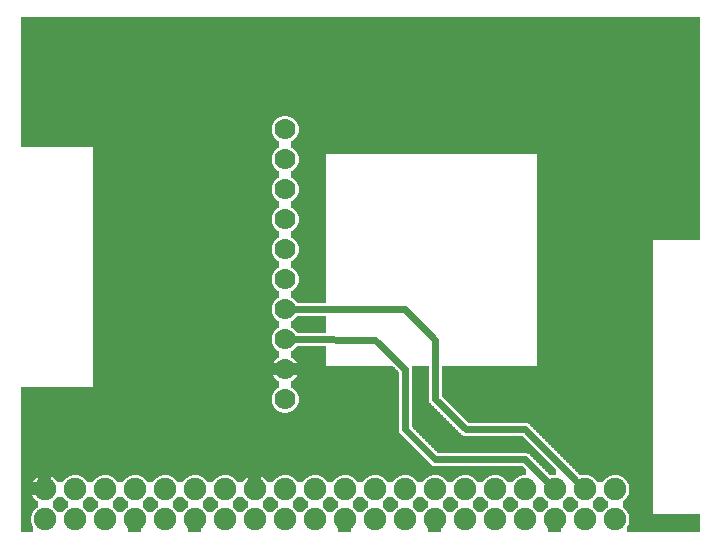
<source format=gbl>
G04 MADE WITH FRITZING*
G04 WWW.FRITZING.ORG*
G04 DOUBLE SIDED*
G04 HOLES PLATED*
G04 CONTOUR ON CENTER OF CONTOUR VECTOR*
%ASAXBY*%
%FSLAX23Y23*%
%MOIN*%
%OFA0B0*%
%SFA1.0B1.0*%
%ADD10C,0.075000*%
%ADD11C,0.070000*%
%ADD12C,0.075361*%
%ADD13C,0.024000*%
%LNCOPPER0*%
G90*
G70*
G54D10*
X123Y1677D03*
X1421Y386D03*
G54D11*
X921Y1384D03*
X921Y1284D03*
X921Y1184D03*
X921Y1084D03*
X921Y984D03*
X921Y884D03*
X921Y784D03*
X921Y684D03*
X921Y584D03*
X921Y484D03*
G54D12*
X2021Y184D03*
X1921Y184D03*
X1821Y184D03*
X1721Y184D03*
X1621Y184D03*
X1521Y184D03*
X1421Y184D03*
X1321Y184D03*
X1221Y184D03*
X1121Y184D03*
X1021Y184D03*
X921Y184D03*
X821Y184D03*
X721Y184D03*
X621Y184D03*
X521Y184D03*
X421Y184D03*
X321Y184D03*
X221Y184D03*
X121Y184D03*
X121Y84D03*
X221Y84D03*
X321Y84D03*
X421Y84D03*
X521Y84D03*
X621Y84D03*
X721Y84D03*
X821Y84D03*
X921Y84D03*
X1021Y84D03*
X1121Y84D03*
X1221Y84D03*
X1321Y84D03*
X1421Y84D03*
X1521Y84D03*
X1621Y84D03*
X1721Y84D03*
X1821Y84D03*
X1921Y84D03*
X2021Y84D03*
G54D13*
X1321Y784D02*
X952Y784D01*
D02*
X1422Y485D02*
X1422Y683D01*
D02*
X1721Y384D02*
X1523Y384D01*
D02*
X1899Y207D02*
X1721Y384D01*
D02*
X1523Y384D02*
X1422Y485D01*
D02*
X1422Y683D02*
X1321Y784D01*
D02*
X1221Y683D02*
X952Y684D01*
D02*
X1422Y284D02*
X1321Y384D01*
D02*
X1799Y206D02*
X1721Y284D01*
D02*
X1721Y284D02*
X1422Y284D01*
D02*
X1321Y384D02*
X1321Y586D01*
D02*
X1321Y586D02*
X1221Y683D01*
G36*
X40Y1759D02*
X40Y1429D01*
X930Y1429D01*
X930Y1427D01*
X938Y1427D01*
X938Y1425D01*
X942Y1425D01*
X942Y1423D01*
X946Y1423D01*
X946Y1421D01*
X948Y1421D01*
X948Y1419D01*
X950Y1419D01*
X950Y1417D01*
X952Y1417D01*
X952Y1415D01*
X954Y1415D01*
X954Y1413D01*
X956Y1413D01*
X956Y1411D01*
X958Y1411D01*
X958Y1409D01*
X960Y1409D01*
X960Y1405D01*
X962Y1405D01*
X962Y1401D01*
X964Y1401D01*
X964Y1395D01*
X966Y1395D01*
X966Y1373D01*
X964Y1373D01*
X964Y1367D01*
X962Y1367D01*
X962Y1363D01*
X960Y1363D01*
X960Y1359D01*
X958Y1359D01*
X958Y1357D01*
X956Y1357D01*
X956Y1355D01*
X954Y1355D01*
X954Y1353D01*
X952Y1353D01*
X952Y1351D01*
X950Y1351D01*
X950Y1349D01*
X948Y1349D01*
X948Y1347D01*
X944Y1347D01*
X944Y1345D01*
X942Y1345D01*
X942Y1323D01*
X946Y1323D01*
X946Y1321D01*
X948Y1321D01*
X948Y1319D01*
X950Y1319D01*
X950Y1317D01*
X952Y1317D01*
X952Y1315D01*
X954Y1315D01*
X954Y1313D01*
X956Y1313D01*
X956Y1311D01*
X958Y1311D01*
X958Y1309D01*
X960Y1309D01*
X960Y1305D01*
X962Y1305D01*
X962Y1303D01*
X1760Y1303D01*
X1760Y595D01*
X1444Y595D01*
X1444Y493D01*
X1446Y493D01*
X1446Y491D01*
X1448Y491D01*
X1448Y489D01*
X1450Y489D01*
X1450Y487D01*
X1452Y487D01*
X1452Y485D01*
X1454Y485D01*
X1454Y483D01*
X1456Y483D01*
X1456Y481D01*
X1458Y481D01*
X1458Y479D01*
X1460Y479D01*
X1460Y477D01*
X1462Y477D01*
X1462Y475D01*
X1464Y475D01*
X1464Y473D01*
X1466Y473D01*
X1466Y471D01*
X1468Y471D01*
X1468Y469D01*
X1470Y469D01*
X1470Y467D01*
X1472Y467D01*
X1472Y465D01*
X1474Y465D01*
X1474Y463D01*
X1476Y463D01*
X1476Y461D01*
X1478Y461D01*
X1478Y459D01*
X1480Y459D01*
X1480Y457D01*
X1482Y457D01*
X1482Y455D01*
X1484Y455D01*
X1484Y453D01*
X1486Y453D01*
X1486Y451D01*
X1488Y451D01*
X1488Y449D01*
X1490Y449D01*
X1490Y447D01*
X1492Y447D01*
X1492Y445D01*
X1494Y445D01*
X1494Y443D01*
X1496Y443D01*
X1496Y441D01*
X1498Y441D01*
X1498Y439D01*
X1500Y439D01*
X1500Y437D01*
X1502Y437D01*
X1502Y435D01*
X1504Y435D01*
X1504Y433D01*
X1506Y433D01*
X1506Y431D01*
X1508Y431D01*
X1508Y429D01*
X1510Y429D01*
X1510Y427D01*
X1512Y427D01*
X1512Y425D01*
X1514Y425D01*
X1514Y423D01*
X1516Y423D01*
X1516Y421D01*
X1518Y421D01*
X1518Y419D01*
X1520Y419D01*
X1520Y417D01*
X1522Y417D01*
X1522Y415D01*
X1524Y415D01*
X1524Y413D01*
X1526Y413D01*
X1526Y411D01*
X1528Y411D01*
X1528Y409D01*
X1530Y409D01*
X1530Y407D01*
X1722Y407D01*
X1722Y405D01*
X1730Y405D01*
X1730Y403D01*
X1734Y403D01*
X1734Y401D01*
X1736Y401D01*
X1736Y399D01*
X1738Y399D01*
X1738Y397D01*
X1740Y397D01*
X1740Y395D01*
X1742Y395D01*
X1742Y393D01*
X1744Y393D01*
X1744Y391D01*
X1746Y391D01*
X1746Y389D01*
X1748Y389D01*
X1748Y387D01*
X1750Y387D01*
X1750Y385D01*
X1752Y385D01*
X1752Y383D01*
X1754Y383D01*
X1754Y381D01*
X1756Y381D01*
X1756Y379D01*
X1758Y379D01*
X1758Y377D01*
X1760Y377D01*
X1760Y375D01*
X1762Y375D01*
X1762Y373D01*
X1764Y373D01*
X1764Y371D01*
X1766Y371D01*
X1766Y369D01*
X1768Y369D01*
X1768Y367D01*
X1770Y367D01*
X1770Y365D01*
X1772Y365D01*
X1772Y363D01*
X1774Y363D01*
X1774Y361D01*
X1776Y361D01*
X1776Y359D01*
X1778Y359D01*
X1778Y357D01*
X1780Y357D01*
X1780Y355D01*
X1782Y355D01*
X1782Y353D01*
X1784Y353D01*
X1784Y351D01*
X1786Y351D01*
X1786Y349D01*
X1788Y349D01*
X1788Y347D01*
X1790Y347D01*
X1790Y345D01*
X1792Y345D01*
X1792Y343D01*
X1794Y343D01*
X1794Y341D01*
X1796Y341D01*
X1796Y339D01*
X1798Y339D01*
X1798Y337D01*
X1800Y337D01*
X1800Y335D01*
X1802Y335D01*
X1802Y333D01*
X1804Y333D01*
X1804Y331D01*
X1806Y331D01*
X1806Y329D01*
X1808Y329D01*
X1808Y327D01*
X1810Y327D01*
X1810Y325D01*
X1812Y325D01*
X1812Y323D01*
X1814Y323D01*
X1814Y321D01*
X1816Y321D01*
X1816Y319D01*
X1818Y319D01*
X1818Y317D01*
X1820Y317D01*
X1820Y315D01*
X1822Y315D01*
X1822Y313D01*
X1824Y313D01*
X1824Y311D01*
X1826Y311D01*
X1826Y309D01*
X1828Y309D01*
X1828Y307D01*
X1830Y307D01*
X1830Y305D01*
X1832Y305D01*
X1832Y303D01*
X1834Y303D01*
X1834Y301D01*
X1836Y301D01*
X1836Y299D01*
X1838Y299D01*
X1838Y297D01*
X1840Y297D01*
X1840Y295D01*
X1842Y295D01*
X1842Y293D01*
X1844Y293D01*
X1844Y291D01*
X1846Y291D01*
X1846Y289D01*
X1848Y289D01*
X1848Y287D01*
X1850Y287D01*
X1850Y285D01*
X1852Y285D01*
X1852Y283D01*
X1854Y283D01*
X1854Y281D01*
X1856Y281D01*
X1856Y279D01*
X1858Y279D01*
X1858Y277D01*
X1860Y277D01*
X1860Y275D01*
X1862Y275D01*
X1862Y273D01*
X1864Y273D01*
X1864Y271D01*
X1866Y271D01*
X1866Y269D01*
X1868Y269D01*
X1868Y267D01*
X1870Y267D01*
X1870Y265D01*
X1872Y265D01*
X1872Y263D01*
X1874Y263D01*
X1874Y261D01*
X1876Y261D01*
X1876Y259D01*
X1878Y259D01*
X1878Y257D01*
X1880Y257D01*
X1880Y255D01*
X1882Y255D01*
X1882Y253D01*
X1884Y253D01*
X1884Y251D01*
X1886Y251D01*
X1886Y249D01*
X1888Y249D01*
X1888Y247D01*
X1890Y247D01*
X1890Y245D01*
X1892Y245D01*
X1892Y243D01*
X1894Y243D01*
X1894Y241D01*
X1896Y241D01*
X1896Y239D01*
X1898Y239D01*
X1898Y237D01*
X1900Y237D01*
X1900Y235D01*
X1902Y235D01*
X1902Y233D01*
X1904Y233D01*
X1904Y231D01*
X2034Y231D01*
X2034Y229D01*
X2040Y229D01*
X2040Y227D01*
X2044Y227D01*
X2044Y225D01*
X2048Y225D01*
X2048Y223D01*
X2050Y223D01*
X2050Y221D01*
X2052Y221D01*
X2052Y219D01*
X2054Y219D01*
X2054Y217D01*
X2056Y217D01*
X2056Y215D01*
X2058Y215D01*
X2058Y213D01*
X2060Y213D01*
X2060Y211D01*
X2062Y211D01*
X2062Y207D01*
X2064Y207D01*
X2064Y203D01*
X2066Y203D01*
X2066Y197D01*
X2068Y197D01*
X2068Y171D01*
X2066Y171D01*
X2066Y165D01*
X2064Y165D01*
X2064Y161D01*
X2062Y161D01*
X2062Y157D01*
X2060Y157D01*
X2060Y155D01*
X2058Y155D01*
X2058Y153D01*
X2056Y153D01*
X2056Y151D01*
X2054Y151D01*
X2054Y149D01*
X2052Y149D01*
X2052Y147D01*
X2050Y147D01*
X2050Y145D01*
X2046Y145D01*
X2046Y125D01*
X2048Y125D01*
X2048Y123D01*
X2050Y123D01*
X2050Y121D01*
X2052Y121D01*
X2052Y119D01*
X2054Y119D01*
X2054Y117D01*
X2056Y117D01*
X2056Y115D01*
X2058Y115D01*
X2058Y113D01*
X2060Y113D01*
X2060Y111D01*
X2062Y111D01*
X2062Y107D01*
X2064Y107D01*
X2064Y103D01*
X2066Y103D01*
X2066Y97D01*
X2068Y97D01*
X2068Y71D01*
X2066Y71D01*
X2066Y65D01*
X2064Y65D01*
X2064Y61D01*
X2062Y61D01*
X2062Y41D01*
X2304Y41D01*
X2304Y101D01*
X2146Y101D01*
X2146Y1015D01*
X2304Y1015D01*
X2304Y1759D01*
X40Y1759D01*
G37*
D02*
G36*
X40Y1429D02*
X40Y1325D01*
X282Y1325D01*
X282Y525D01*
X40Y525D01*
X40Y439D01*
X912Y439D01*
X912Y441D01*
X906Y441D01*
X906Y443D01*
X902Y443D01*
X902Y445D01*
X898Y445D01*
X898Y447D01*
X894Y447D01*
X894Y449D01*
X892Y449D01*
X892Y451D01*
X890Y451D01*
X890Y453D01*
X888Y453D01*
X888Y455D01*
X886Y455D01*
X886Y457D01*
X884Y457D01*
X884Y461D01*
X882Y461D01*
X882Y465D01*
X880Y465D01*
X880Y469D01*
X878Y469D01*
X878Y477D01*
X876Y477D01*
X876Y491D01*
X878Y491D01*
X878Y499D01*
X880Y499D01*
X880Y503D01*
X882Y503D01*
X882Y507D01*
X884Y507D01*
X884Y511D01*
X886Y511D01*
X886Y513D01*
X888Y513D01*
X888Y515D01*
X890Y515D01*
X890Y517D01*
X892Y517D01*
X892Y519D01*
X894Y519D01*
X894Y521D01*
X898Y521D01*
X898Y523D01*
X902Y523D01*
X902Y545D01*
X898Y545D01*
X898Y547D01*
X894Y547D01*
X894Y549D01*
X892Y549D01*
X892Y551D01*
X890Y551D01*
X890Y553D01*
X888Y553D01*
X888Y555D01*
X886Y555D01*
X886Y557D01*
X884Y557D01*
X884Y561D01*
X882Y561D01*
X882Y565D01*
X880Y565D01*
X880Y569D01*
X878Y569D01*
X878Y577D01*
X876Y577D01*
X876Y591D01*
X878Y591D01*
X878Y599D01*
X880Y599D01*
X880Y603D01*
X882Y603D01*
X882Y607D01*
X884Y607D01*
X884Y611D01*
X886Y611D01*
X886Y613D01*
X888Y613D01*
X888Y615D01*
X890Y615D01*
X890Y617D01*
X892Y617D01*
X892Y619D01*
X894Y619D01*
X894Y621D01*
X898Y621D01*
X898Y623D01*
X902Y623D01*
X902Y645D01*
X898Y645D01*
X898Y647D01*
X894Y647D01*
X894Y649D01*
X892Y649D01*
X892Y651D01*
X890Y651D01*
X890Y653D01*
X888Y653D01*
X888Y655D01*
X886Y655D01*
X886Y657D01*
X884Y657D01*
X884Y661D01*
X882Y661D01*
X882Y665D01*
X880Y665D01*
X880Y669D01*
X878Y669D01*
X878Y677D01*
X876Y677D01*
X876Y691D01*
X878Y691D01*
X878Y699D01*
X880Y699D01*
X880Y703D01*
X882Y703D01*
X882Y707D01*
X884Y707D01*
X884Y711D01*
X886Y711D01*
X886Y713D01*
X888Y713D01*
X888Y715D01*
X890Y715D01*
X890Y717D01*
X892Y717D01*
X892Y719D01*
X894Y719D01*
X894Y721D01*
X898Y721D01*
X898Y723D01*
X902Y723D01*
X902Y745D01*
X898Y745D01*
X898Y747D01*
X894Y747D01*
X894Y749D01*
X892Y749D01*
X892Y751D01*
X890Y751D01*
X890Y753D01*
X888Y753D01*
X888Y755D01*
X886Y755D01*
X886Y757D01*
X884Y757D01*
X884Y761D01*
X882Y761D01*
X882Y765D01*
X880Y765D01*
X880Y769D01*
X878Y769D01*
X878Y777D01*
X876Y777D01*
X876Y791D01*
X878Y791D01*
X878Y799D01*
X880Y799D01*
X880Y803D01*
X882Y803D01*
X882Y807D01*
X884Y807D01*
X884Y811D01*
X886Y811D01*
X886Y813D01*
X888Y813D01*
X888Y815D01*
X890Y815D01*
X890Y817D01*
X892Y817D01*
X892Y819D01*
X894Y819D01*
X894Y821D01*
X898Y821D01*
X898Y823D01*
X902Y823D01*
X902Y845D01*
X898Y845D01*
X898Y847D01*
X894Y847D01*
X894Y849D01*
X892Y849D01*
X892Y851D01*
X890Y851D01*
X890Y853D01*
X888Y853D01*
X888Y855D01*
X886Y855D01*
X886Y857D01*
X884Y857D01*
X884Y861D01*
X882Y861D01*
X882Y865D01*
X880Y865D01*
X880Y869D01*
X878Y869D01*
X878Y877D01*
X876Y877D01*
X876Y891D01*
X878Y891D01*
X878Y899D01*
X880Y899D01*
X880Y903D01*
X882Y903D01*
X882Y907D01*
X884Y907D01*
X884Y911D01*
X886Y911D01*
X886Y913D01*
X888Y913D01*
X888Y915D01*
X890Y915D01*
X890Y917D01*
X892Y917D01*
X892Y919D01*
X894Y919D01*
X894Y921D01*
X898Y921D01*
X898Y923D01*
X902Y923D01*
X902Y945D01*
X898Y945D01*
X898Y947D01*
X894Y947D01*
X894Y949D01*
X892Y949D01*
X892Y951D01*
X890Y951D01*
X890Y953D01*
X888Y953D01*
X888Y955D01*
X886Y955D01*
X886Y957D01*
X884Y957D01*
X884Y961D01*
X882Y961D01*
X882Y965D01*
X880Y965D01*
X880Y969D01*
X878Y969D01*
X878Y977D01*
X876Y977D01*
X876Y991D01*
X878Y991D01*
X878Y999D01*
X880Y999D01*
X880Y1003D01*
X882Y1003D01*
X882Y1007D01*
X884Y1007D01*
X884Y1011D01*
X886Y1011D01*
X886Y1013D01*
X888Y1013D01*
X888Y1015D01*
X890Y1015D01*
X890Y1017D01*
X892Y1017D01*
X892Y1019D01*
X894Y1019D01*
X894Y1021D01*
X898Y1021D01*
X898Y1023D01*
X902Y1023D01*
X902Y1045D01*
X898Y1045D01*
X898Y1047D01*
X894Y1047D01*
X894Y1049D01*
X892Y1049D01*
X892Y1051D01*
X890Y1051D01*
X890Y1053D01*
X888Y1053D01*
X888Y1055D01*
X886Y1055D01*
X886Y1057D01*
X884Y1057D01*
X884Y1061D01*
X882Y1061D01*
X882Y1065D01*
X880Y1065D01*
X880Y1069D01*
X878Y1069D01*
X878Y1077D01*
X876Y1077D01*
X876Y1091D01*
X878Y1091D01*
X878Y1099D01*
X880Y1099D01*
X880Y1103D01*
X882Y1103D01*
X882Y1107D01*
X884Y1107D01*
X884Y1111D01*
X886Y1111D01*
X886Y1113D01*
X888Y1113D01*
X888Y1115D01*
X890Y1115D01*
X890Y1117D01*
X892Y1117D01*
X892Y1119D01*
X894Y1119D01*
X894Y1121D01*
X898Y1121D01*
X898Y1123D01*
X902Y1123D01*
X902Y1145D01*
X898Y1145D01*
X898Y1147D01*
X894Y1147D01*
X894Y1149D01*
X892Y1149D01*
X892Y1151D01*
X890Y1151D01*
X890Y1153D01*
X888Y1153D01*
X888Y1155D01*
X886Y1155D01*
X886Y1157D01*
X884Y1157D01*
X884Y1161D01*
X882Y1161D01*
X882Y1165D01*
X880Y1165D01*
X880Y1169D01*
X878Y1169D01*
X878Y1177D01*
X876Y1177D01*
X876Y1191D01*
X878Y1191D01*
X878Y1199D01*
X880Y1199D01*
X880Y1203D01*
X882Y1203D01*
X882Y1207D01*
X884Y1207D01*
X884Y1211D01*
X886Y1211D01*
X886Y1213D01*
X888Y1213D01*
X888Y1215D01*
X890Y1215D01*
X890Y1217D01*
X892Y1217D01*
X892Y1219D01*
X894Y1219D01*
X894Y1221D01*
X898Y1221D01*
X898Y1223D01*
X902Y1223D01*
X902Y1245D01*
X898Y1245D01*
X898Y1247D01*
X894Y1247D01*
X894Y1249D01*
X892Y1249D01*
X892Y1251D01*
X890Y1251D01*
X890Y1253D01*
X888Y1253D01*
X888Y1255D01*
X886Y1255D01*
X886Y1257D01*
X884Y1257D01*
X884Y1261D01*
X882Y1261D01*
X882Y1265D01*
X880Y1265D01*
X880Y1269D01*
X878Y1269D01*
X878Y1277D01*
X876Y1277D01*
X876Y1291D01*
X878Y1291D01*
X878Y1299D01*
X880Y1299D01*
X880Y1303D01*
X882Y1303D01*
X882Y1307D01*
X884Y1307D01*
X884Y1311D01*
X886Y1311D01*
X886Y1313D01*
X888Y1313D01*
X888Y1315D01*
X890Y1315D01*
X890Y1317D01*
X892Y1317D01*
X892Y1319D01*
X894Y1319D01*
X894Y1321D01*
X898Y1321D01*
X898Y1323D01*
X902Y1323D01*
X902Y1345D01*
X898Y1345D01*
X898Y1347D01*
X894Y1347D01*
X894Y1349D01*
X892Y1349D01*
X892Y1351D01*
X890Y1351D01*
X890Y1353D01*
X888Y1353D01*
X888Y1355D01*
X886Y1355D01*
X886Y1357D01*
X884Y1357D01*
X884Y1361D01*
X882Y1361D01*
X882Y1365D01*
X880Y1365D01*
X880Y1369D01*
X878Y1369D01*
X878Y1377D01*
X876Y1377D01*
X876Y1391D01*
X878Y1391D01*
X878Y1399D01*
X880Y1399D01*
X880Y1403D01*
X882Y1403D01*
X882Y1407D01*
X884Y1407D01*
X884Y1411D01*
X886Y1411D01*
X886Y1413D01*
X888Y1413D01*
X888Y1415D01*
X890Y1415D01*
X890Y1417D01*
X892Y1417D01*
X892Y1419D01*
X894Y1419D01*
X894Y1421D01*
X898Y1421D01*
X898Y1423D01*
X902Y1423D01*
X902Y1425D01*
X906Y1425D01*
X906Y1427D01*
X912Y1427D01*
X912Y1429D01*
X40Y1429D01*
G37*
D02*
G36*
X962Y1303D02*
X962Y1301D01*
X964Y1301D01*
X964Y1295D01*
X966Y1295D01*
X966Y1273D01*
X964Y1273D01*
X964Y1267D01*
X962Y1267D01*
X962Y1263D01*
X960Y1263D01*
X960Y1259D01*
X958Y1259D01*
X958Y1257D01*
X956Y1257D01*
X956Y1255D01*
X954Y1255D01*
X954Y1253D01*
X952Y1253D01*
X952Y1251D01*
X950Y1251D01*
X950Y1249D01*
X948Y1249D01*
X948Y1247D01*
X944Y1247D01*
X944Y1245D01*
X942Y1245D01*
X942Y1223D01*
X946Y1223D01*
X946Y1221D01*
X948Y1221D01*
X948Y1219D01*
X950Y1219D01*
X950Y1217D01*
X952Y1217D01*
X952Y1215D01*
X954Y1215D01*
X954Y1213D01*
X956Y1213D01*
X956Y1211D01*
X958Y1211D01*
X958Y1209D01*
X960Y1209D01*
X960Y1205D01*
X962Y1205D01*
X962Y1201D01*
X964Y1201D01*
X964Y1195D01*
X966Y1195D01*
X966Y1173D01*
X964Y1173D01*
X964Y1167D01*
X962Y1167D01*
X962Y1163D01*
X960Y1163D01*
X960Y1159D01*
X958Y1159D01*
X958Y1157D01*
X956Y1157D01*
X956Y1155D01*
X954Y1155D01*
X954Y1153D01*
X952Y1153D01*
X952Y1151D01*
X950Y1151D01*
X950Y1149D01*
X948Y1149D01*
X948Y1147D01*
X944Y1147D01*
X944Y1145D01*
X942Y1145D01*
X942Y1123D01*
X946Y1123D01*
X946Y1121D01*
X948Y1121D01*
X948Y1119D01*
X950Y1119D01*
X950Y1117D01*
X952Y1117D01*
X952Y1115D01*
X954Y1115D01*
X954Y1113D01*
X956Y1113D01*
X956Y1111D01*
X958Y1111D01*
X958Y1109D01*
X960Y1109D01*
X960Y1105D01*
X962Y1105D01*
X962Y1101D01*
X964Y1101D01*
X964Y1095D01*
X966Y1095D01*
X966Y1073D01*
X964Y1073D01*
X964Y1067D01*
X962Y1067D01*
X962Y1063D01*
X960Y1063D01*
X960Y1059D01*
X958Y1059D01*
X958Y1057D01*
X956Y1057D01*
X956Y1055D01*
X954Y1055D01*
X954Y1053D01*
X952Y1053D01*
X952Y1051D01*
X950Y1051D01*
X950Y1049D01*
X948Y1049D01*
X948Y1047D01*
X944Y1047D01*
X944Y1045D01*
X942Y1045D01*
X942Y1023D01*
X946Y1023D01*
X946Y1021D01*
X948Y1021D01*
X948Y1019D01*
X950Y1019D01*
X950Y1017D01*
X952Y1017D01*
X952Y1015D01*
X954Y1015D01*
X954Y1013D01*
X956Y1013D01*
X956Y1011D01*
X958Y1011D01*
X958Y1009D01*
X960Y1009D01*
X960Y1005D01*
X962Y1005D01*
X962Y1001D01*
X964Y1001D01*
X964Y995D01*
X966Y995D01*
X966Y973D01*
X964Y973D01*
X964Y967D01*
X962Y967D01*
X962Y963D01*
X960Y963D01*
X960Y959D01*
X958Y959D01*
X958Y957D01*
X956Y957D01*
X956Y955D01*
X954Y955D01*
X954Y953D01*
X952Y953D01*
X952Y951D01*
X950Y951D01*
X950Y949D01*
X948Y949D01*
X948Y947D01*
X944Y947D01*
X944Y945D01*
X942Y945D01*
X942Y923D01*
X946Y923D01*
X946Y921D01*
X948Y921D01*
X948Y919D01*
X950Y919D01*
X950Y917D01*
X952Y917D01*
X952Y915D01*
X954Y915D01*
X954Y913D01*
X956Y913D01*
X956Y911D01*
X958Y911D01*
X958Y909D01*
X960Y909D01*
X960Y905D01*
X962Y905D01*
X962Y901D01*
X964Y901D01*
X964Y895D01*
X966Y895D01*
X966Y873D01*
X964Y873D01*
X964Y867D01*
X962Y867D01*
X962Y863D01*
X960Y863D01*
X960Y859D01*
X958Y859D01*
X958Y857D01*
X956Y857D01*
X956Y855D01*
X954Y855D01*
X954Y853D01*
X952Y853D01*
X952Y851D01*
X950Y851D01*
X950Y849D01*
X948Y849D01*
X948Y847D01*
X944Y847D01*
X944Y845D01*
X942Y845D01*
X942Y823D01*
X946Y823D01*
X946Y821D01*
X948Y821D01*
X948Y819D01*
X950Y819D01*
X950Y817D01*
X952Y817D01*
X952Y815D01*
X954Y815D01*
X954Y813D01*
X956Y813D01*
X956Y811D01*
X958Y811D01*
X958Y809D01*
X960Y809D01*
X960Y807D01*
X1056Y807D01*
X1056Y1303D01*
X962Y1303D01*
G37*
D02*
G36*
X960Y661D02*
X960Y659D01*
X958Y659D01*
X958Y657D01*
X956Y657D01*
X956Y655D01*
X954Y655D01*
X954Y653D01*
X952Y653D01*
X952Y651D01*
X950Y651D01*
X950Y649D01*
X948Y649D01*
X948Y647D01*
X944Y647D01*
X944Y645D01*
X942Y645D01*
X942Y623D01*
X946Y623D01*
X946Y621D01*
X948Y621D01*
X948Y619D01*
X950Y619D01*
X950Y617D01*
X952Y617D01*
X952Y615D01*
X954Y615D01*
X954Y613D01*
X956Y613D01*
X956Y611D01*
X958Y611D01*
X958Y609D01*
X960Y609D01*
X960Y605D01*
X962Y605D01*
X962Y601D01*
X964Y601D01*
X964Y595D01*
X966Y595D01*
X966Y573D01*
X964Y573D01*
X964Y567D01*
X962Y567D01*
X962Y563D01*
X960Y563D01*
X960Y559D01*
X958Y559D01*
X958Y557D01*
X956Y557D01*
X956Y555D01*
X954Y555D01*
X954Y553D01*
X952Y553D01*
X952Y551D01*
X950Y551D01*
X950Y549D01*
X948Y549D01*
X948Y547D01*
X944Y547D01*
X944Y545D01*
X942Y545D01*
X942Y523D01*
X946Y523D01*
X946Y521D01*
X948Y521D01*
X948Y519D01*
X950Y519D01*
X950Y517D01*
X952Y517D01*
X952Y515D01*
X954Y515D01*
X954Y513D01*
X956Y513D01*
X956Y511D01*
X958Y511D01*
X958Y509D01*
X960Y509D01*
X960Y505D01*
X962Y505D01*
X962Y501D01*
X964Y501D01*
X964Y495D01*
X966Y495D01*
X966Y473D01*
X964Y473D01*
X964Y467D01*
X962Y467D01*
X962Y463D01*
X960Y463D01*
X960Y459D01*
X958Y459D01*
X958Y457D01*
X956Y457D01*
X956Y455D01*
X954Y455D01*
X954Y453D01*
X952Y453D01*
X952Y451D01*
X950Y451D01*
X950Y449D01*
X948Y449D01*
X948Y447D01*
X944Y447D01*
X944Y445D01*
X942Y445D01*
X942Y443D01*
X936Y443D01*
X936Y441D01*
X930Y441D01*
X930Y439D01*
X1300Y439D01*
X1300Y577D01*
X1298Y577D01*
X1298Y579D01*
X1296Y579D01*
X1296Y581D01*
X1294Y581D01*
X1294Y583D01*
X1292Y583D01*
X1292Y585D01*
X1290Y585D01*
X1290Y587D01*
X1288Y587D01*
X1288Y589D01*
X1286Y589D01*
X1286Y591D01*
X1282Y591D01*
X1282Y593D01*
X1280Y593D01*
X1280Y595D01*
X1056Y595D01*
X1056Y661D01*
X960Y661D01*
G37*
D02*
G36*
X40Y439D02*
X40Y437D01*
X1300Y437D01*
X1300Y439D01*
X40Y439D01*
G37*
D02*
G36*
X40Y439D02*
X40Y437D01*
X1300Y437D01*
X1300Y439D01*
X40Y439D01*
G37*
D02*
G36*
X40Y437D02*
X40Y231D01*
X1634Y231D01*
X1634Y229D01*
X1640Y229D01*
X1640Y227D01*
X1644Y227D01*
X1644Y225D01*
X1648Y225D01*
X1648Y223D01*
X1650Y223D01*
X1650Y221D01*
X1652Y221D01*
X1652Y219D01*
X1654Y219D01*
X1654Y217D01*
X1656Y217D01*
X1656Y215D01*
X1658Y215D01*
X1658Y213D01*
X1660Y213D01*
X1660Y211D01*
X1662Y211D01*
X1662Y209D01*
X1682Y209D01*
X1682Y213D01*
X1684Y213D01*
X1684Y215D01*
X1686Y215D01*
X1686Y217D01*
X1688Y217D01*
X1688Y219D01*
X1690Y219D01*
X1690Y221D01*
X1692Y221D01*
X1692Y223D01*
X1696Y223D01*
X1696Y225D01*
X1700Y225D01*
X1700Y227D01*
X1702Y227D01*
X1702Y229D01*
X1710Y229D01*
X1710Y231D01*
X1724Y231D01*
X1724Y251D01*
X1722Y251D01*
X1722Y253D01*
X1720Y253D01*
X1720Y255D01*
X1718Y255D01*
X1718Y257D01*
X1716Y257D01*
X1716Y259D01*
X1714Y259D01*
X1714Y261D01*
X1418Y261D01*
X1418Y263D01*
X1412Y263D01*
X1412Y265D01*
X1408Y265D01*
X1408Y267D01*
X1406Y267D01*
X1406Y269D01*
X1404Y269D01*
X1404Y271D01*
X1402Y271D01*
X1402Y273D01*
X1400Y273D01*
X1400Y275D01*
X1398Y275D01*
X1398Y277D01*
X1396Y277D01*
X1396Y279D01*
X1394Y279D01*
X1394Y281D01*
X1392Y281D01*
X1392Y283D01*
X1390Y283D01*
X1390Y285D01*
X1388Y285D01*
X1388Y287D01*
X1386Y287D01*
X1386Y289D01*
X1384Y289D01*
X1384Y291D01*
X1382Y291D01*
X1382Y293D01*
X1380Y293D01*
X1380Y295D01*
X1378Y295D01*
X1378Y297D01*
X1376Y297D01*
X1376Y299D01*
X1374Y299D01*
X1374Y301D01*
X1372Y301D01*
X1372Y303D01*
X1370Y303D01*
X1370Y305D01*
X1368Y305D01*
X1368Y307D01*
X1366Y307D01*
X1366Y309D01*
X1364Y309D01*
X1364Y311D01*
X1362Y311D01*
X1362Y313D01*
X1360Y313D01*
X1360Y315D01*
X1358Y315D01*
X1358Y317D01*
X1356Y317D01*
X1356Y319D01*
X1354Y319D01*
X1354Y321D01*
X1352Y321D01*
X1352Y323D01*
X1350Y323D01*
X1350Y325D01*
X1348Y325D01*
X1348Y327D01*
X1346Y327D01*
X1346Y329D01*
X1344Y329D01*
X1344Y331D01*
X1342Y331D01*
X1342Y333D01*
X1340Y333D01*
X1340Y335D01*
X1338Y335D01*
X1338Y337D01*
X1336Y337D01*
X1336Y339D01*
X1334Y339D01*
X1334Y341D01*
X1332Y341D01*
X1332Y343D01*
X1330Y343D01*
X1330Y345D01*
X1328Y345D01*
X1328Y347D01*
X1326Y347D01*
X1326Y349D01*
X1324Y349D01*
X1324Y351D01*
X1322Y351D01*
X1322Y353D01*
X1320Y353D01*
X1320Y355D01*
X1318Y355D01*
X1318Y357D01*
X1316Y357D01*
X1316Y359D01*
X1314Y359D01*
X1314Y361D01*
X1312Y361D01*
X1312Y363D01*
X1310Y363D01*
X1310Y365D01*
X1308Y365D01*
X1308Y367D01*
X1306Y367D01*
X1306Y369D01*
X1304Y369D01*
X1304Y371D01*
X1302Y371D01*
X1302Y375D01*
X1300Y375D01*
X1300Y437D01*
X40Y437D01*
G37*
D02*
G36*
X40Y231D02*
X40Y41D01*
X80Y41D01*
X80Y63D01*
X78Y63D01*
X78Y67D01*
X76Y67D01*
X76Y73D01*
X74Y73D01*
X74Y95D01*
X76Y95D01*
X76Y101D01*
X78Y101D01*
X78Y105D01*
X80Y105D01*
X80Y109D01*
X82Y109D01*
X82Y113D01*
X84Y113D01*
X84Y115D01*
X86Y115D01*
X86Y117D01*
X88Y117D01*
X88Y119D01*
X90Y119D01*
X90Y121D01*
X92Y121D01*
X92Y123D01*
X96Y123D01*
X96Y145D01*
X92Y145D01*
X92Y147D01*
X90Y147D01*
X90Y149D01*
X88Y149D01*
X88Y151D01*
X86Y151D01*
X86Y153D01*
X84Y153D01*
X84Y157D01*
X82Y157D01*
X82Y159D01*
X80Y159D01*
X80Y163D01*
X78Y163D01*
X78Y167D01*
X76Y167D01*
X76Y173D01*
X74Y173D01*
X74Y195D01*
X76Y195D01*
X76Y201D01*
X78Y201D01*
X78Y205D01*
X80Y205D01*
X80Y209D01*
X82Y209D01*
X82Y213D01*
X84Y213D01*
X84Y215D01*
X86Y215D01*
X86Y217D01*
X88Y217D01*
X88Y219D01*
X90Y219D01*
X90Y221D01*
X92Y221D01*
X92Y223D01*
X96Y223D01*
X96Y225D01*
X100Y225D01*
X100Y227D01*
X102Y227D01*
X102Y229D01*
X110Y229D01*
X110Y231D01*
X40Y231D01*
G37*
D02*
G36*
X134Y231D02*
X134Y229D01*
X140Y229D01*
X140Y227D01*
X144Y227D01*
X144Y225D01*
X148Y225D01*
X148Y223D01*
X150Y223D01*
X150Y221D01*
X152Y221D01*
X152Y219D01*
X154Y219D01*
X154Y217D01*
X156Y217D01*
X156Y215D01*
X158Y215D01*
X158Y213D01*
X160Y213D01*
X160Y211D01*
X162Y211D01*
X162Y209D01*
X182Y209D01*
X182Y213D01*
X184Y213D01*
X184Y215D01*
X186Y215D01*
X186Y217D01*
X188Y217D01*
X188Y219D01*
X190Y219D01*
X190Y221D01*
X192Y221D01*
X192Y223D01*
X196Y223D01*
X196Y225D01*
X200Y225D01*
X200Y227D01*
X202Y227D01*
X202Y229D01*
X210Y229D01*
X210Y231D01*
X134Y231D01*
G37*
D02*
G36*
X234Y231D02*
X234Y229D01*
X240Y229D01*
X240Y227D01*
X244Y227D01*
X244Y225D01*
X248Y225D01*
X248Y223D01*
X250Y223D01*
X250Y221D01*
X252Y221D01*
X252Y219D01*
X254Y219D01*
X254Y217D01*
X256Y217D01*
X256Y215D01*
X258Y215D01*
X258Y213D01*
X260Y213D01*
X260Y211D01*
X262Y211D01*
X262Y209D01*
X282Y209D01*
X282Y213D01*
X284Y213D01*
X284Y215D01*
X286Y215D01*
X286Y217D01*
X288Y217D01*
X288Y219D01*
X290Y219D01*
X290Y221D01*
X292Y221D01*
X292Y223D01*
X296Y223D01*
X296Y225D01*
X300Y225D01*
X300Y227D01*
X302Y227D01*
X302Y229D01*
X310Y229D01*
X310Y231D01*
X234Y231D01*
G37*
D02*
G36*
X334Y231D02*
X334Y229D01*
X340Y229D01*
X340Y227D01*
X344Y227D01*
X344Y225D01*
X348Y225D01*
X348Y223D01*
X350Y223D01*
X350Y221D01*
X352Y221D01*
X352Y219D01*
X354Y219D01*
X354Y217D01*
X356Y217D01*
X356Y215D01*
X358Y215D01*
X358Y213D01*
X360Y213D01*
X360Y211D01*
X362Y211D01*
X362Y209D01*
X382Y209D01*
X382Y213D01*
X384Y213D01*
X384Y215D01*
X386Y215D01*
X386Y217D01*
X388Y217D01*
X388Y219D01*
X390Y219D01*
X390Y221D01*
X392Y221D01*
X392Y223D01*
X396Y223D01*
X396Y225D01*
X400Y225D01*
X400Y227D01*
X402Y227D01*
X402Y229D01*
X410Y229D01*
X410Y231D01*
X334Y231D01*
G37*
D02*
G36*
X434Y231D02*
X434Y229D01*
X440Y229D01*
X440Y227D01*
X444Y227D01*
X444Y225D01*
X448Y225D01*
X448Y223D01*
X450Y223D01*
X450Y221D01*
X452Y221D01*
X452Y219D01*
X454Y219D01*
X454Y217D01*
X456Y217D01*
X456Y215D01*
X458Y215D01*
X458Y213D01*
X460Y213D01*
X460Y211D01*
X462Y211D01*
X462Y209D01*
X482Y209D01*
X482Y213D01*
X484Y213D01*
X484Y215D01*
X486Y215D01*
X486Y217D01*
X488Y217D01*
X488Y219D01*
X490Y219D01*
X490Y221D01*
X492Y221D01*
X492Y223D01*
X496Y223D01*
X496Y225D01*
X500Y225D01*
X500Y227D01*
X502Y227D01*
X502Y229D01*
X510Y229D01*
X510Y231D01*
X434Y231D01*
G37*
D02*
G36*
X534Y231D02*
X534Y229D01*
X540Y229D01*
X540Y227D01*
X544Y227D01*
X544Y225D01*
X548Y225D01*
X548Y223D01*
X550Y223D01*
X550Y221D01*
X552Y221D01*
X552Y219D01*
X554Y219D01*
X554Y217D01*
X556Y217D01*
X556Y215D01*
X558Y215D01*
X558Y213D01*
X560Y213D01*
X560Y211D01*
X562Y211D01*
X562Y209D01*
X582Y209D01*
X582Y213D01*
X584Y213D01*
X584Y215D01*
X586Y215D01*
X586Y217D01*
X588Y217D01*
X588Y219D01*
X590Y219D01*
X590Y221D01*
X592Y221D01*
X592Y223D01*
X596Y223D01*
X596Y225D01*
X600Y225D01*
X600Y227D01*
X602Y227D01*
X602Y229D01*
X610Y229D01*
X610Y231D01*
X534Y231D01*
G37*
D02*
G36*
X634Y231D02*
X634Y229D01*
X640Y229D01*
X640Y227D01*
X644Y227D01*
X644Y225D01*
X648Y225D01*
X648Y223D01*
X650Y223D01*
X650Y221D01*
X652Y221D01*
X652Y219D01*
X654Y219D01*
X654Y217D01*
X656Y217D01*
X656Y215D01*
X658Y215D01*
X658Y213D01*
X660Y213D01*
X660Y211D01*
X662Y211D01*
X662Y209D01*
X682Y209D01*
X682Y213D01*
X684Y213D01*
X684Y215D01*
X686Y215D01*
X686Y217D01*
X688Y217D01*
X688Y219D01*
X690Y219D01*
X690Y221D01*
X692Y221D01*
X692Y223D01*
X696Y223D01*
X696Y225D01*
X700Y225D01*
X700Y227D01*
X702Y227D01*
X702Y229D01*
X710Y229D01*
X710Y231D01*
X634Y231D01*
G37*
D02*
G36*
X734Y231D02*
X734Y229D01*
X740Y229D01*
X740Y227D01*
X744Y227D01*
X744Y225D01*
X748Y225D01*
X748Y223D01*
X750Y223D01*
X750Y221D01*
X752Y221D01*
X752Y219D01*
X754Y219D01*
X754Y217D01*
X756Y217D01*
X756Y215D01*
X758Y215D01*
X758Y213D01*
X760Y213D01*
X760Y211D01*
X762Y211D01*
X762Y209D01*
X782Y209D01*
X782Y213D01*
X784Y213D01*
X784Y215D01*
X786Y215D01*
X786Y217D01*
X788Y217D01*
X788Y219D01*
X790Y219D01*
X790Y221D01*
X792Y221D01*
X792Y223D01*
X796Y223D01*
X796Y225D01*
X800Y225D01*
X800Y227D01*
X802Y227D01*
X802Y229D01*
X810Y229D01*
X810Y231D01*
X734Y231D01*
G37*
D02*
G36*
X834Y231D02*
X834Y229D01*
X840Y229D01*
X840Y227D01*
X844Y227D01*
X844Y225D01*
X848Y225D01*
X848Y223D01*
X850Y223D01*
X850Y221D01*
X852Y221D01*
X852Y219D01*
X854Y219D01*
X854Y217D01*
X856Y217D01*
X856Y215D01*
X858Y215D01*
X858Y213D01*
X860Y213D01*
X860Y211D01*
X862Y211D01*
X862Y209D01*
X882Y209D01*
X882Y213D01*
X884Y213D01*
X884Y215D01*
X886Y215D01*
X886Y217D01*
X888Y217D01*
X888Y219D01*
X890Y219D01*
X890Y221D01*
X892Y221D01*
X892Y223D01*
X896Y223D01*
X896Y225D01*
X900Y225D01*
X900Y227D01*
X902Y227D01*
X902Y229D01*
X910Y229D01*
X910Y231D01*
X834Y231D01*
G37*
D02*
G36*
X934Y231D02*
X934Y229D01*
X940Y229D01*
X940Y227D01*
X944Y227D01*
X944Y225D01*
X948Y225D01*
X948Y223D01*
X950Y223D01*
X950Y221D01*
X952Y221D01*
X952Y219D01*
X954Y219D01*
X954Y217D01*
X956Y217D01*
X956Y215D01*
X958Y215D01*
X958Y213D01*
X960Y213D01*
X960Y211D01*
X962Y211D01*
X962Y209D01*
X982Y209D01*
X982Y213D01*
X984Y213D01*
X984Y215D01*
X986Y215D01*
X986Y217D01*
X988Y217D01*
X988Y219D01*
X990Y219D01*
X990Y221D01*
X992Y221D01*
X992Y223D01*
X996Y223D01*
X996Y225D01*
X1000Y225D01*
X1000Y227D01*
X1002Y227D01*
X1002Y229D01*
X1010Y229D01*
X1010Y231D01*
X934Y231D01*
G37*
D02*
G36*
X1034Y231D02*
X1034Y229D01*
X1040Y229D01*
X1040Y227D01*
X1044Y227D01*
X1044Y225D01*
X1048Y225D01*
X1048Y223D01*
X1050Y223D01*
X1050Y221D01*
X1052Y221D01*
X1052Y219D01*
X1054Y219D01*
X1054Y217D01*
X1056Y217D01*
X1056Y215D01*
X1058Y215D01*
X1058Y213D01*
X1060Y213D01*
X1060Y211D01*
X1062Y211D01*
X1062Y209D01*
X1082Y209D01*
X1082Y213D01*
X1084Y213D01*
X1084Y215D01*
X1086Y215D01*
X1086Y217D01*
X1088Y217D01*
X1088Y219D01*
X1090Y219D01*
X1090Y221D01*
X1092Y221D01*
X1092Y223D01*
X1096Y223D01*
X1096Y225D01*
X1100Y225D01*
X1100Y227D01*
X1102Y227D01*
X1102Y229D01*
X1110Y229D01*
X1110Y231D01*
X1034Y231D01*
G37*
D02*
G36*
X1134Y231D02*
X1134Y229D01*
X1140Y229D01*
X1140Y227D01*
X1144Y227D01*
X1144Y225D01*
X1148Y225D01*
X1148Y223D01*
X1150Y223D01*
X1150Y221D01*
X1152Y221D01*
X1152Y219D01*
X1154Y219D01*
X1154Y217D01*
X1156Y217D01*
X1156Y215D01*
X1158Y215D01*
X1158Y213D01*
X1160Y213D01*
X1160Y211D01*
X1162Y211D01*
X1162Y209D01*
X1182Y209D01*
X1182Y213D01*
X1184Y213D01*
X1184Y215D01*
X1186Y215D01*
X1186Y217D01*
X1188Y217D01*
X1188Y219D01*
X1190Y219D01*
X1190Y221D01*
X1192Y221D01*
X1192Y223D01*
X1196Y223D01*
X1196Y225D01*
X1200Y225D01*
X1200Y227D01*
X1202Y227D01*
X1202Y229D01*
X1210Y229D01*
X1210Y231D01*
X1134Y231D01*
G37*
D02*
G36*
X1234Y231D02*
X1234Y229D01*
X1240Y229D01*
X1240Y227D01*
X1244Y227D01*
X1244Y225D01*
X1248Y225D01*
X1248Y223D01*
X1250Y223D01*
X1250Y221D01*
X1252Y221D01*
X1252Y219D01*
X1254Y219D01*
X1254Y217D01*
X1256Y217D01*
X1256Y215D01*
X1258Y215D01*
X1258Y213D01*
X1260Y213D01*
X1260Y211D01*
X1262Y211D01*
X1262Y209D01*
X1282Y209D01*
X1282Y213D01*
X1284Y213D01*
X1284Y215D01*
X1286Y215D01*
X1286Y217D01*
X1288Y217D01*
X1288Y219D01*
X1290Y219D01*
X1290Y221D01*
X1292Y221D01*
X1292Y223D01*
X1296Y223D01*
X1296Y225D01*
X1300Y225D01*
X1300Y227D01*
X1302Y227D01*
X1302Y229D01*
X1310Y229D01*
X1310Y231D01*
X1234Y231D01*
G37*
D02*
G36*
X1334Y231D02*
X1334Y229D01*
X1340Y229D01*
X1340Y227D01*
X1344Y227D01*
X1344Y225D01*
X1348Y225D01*
X1348Y223D01*
X1350Y223D01*
X1350Y221D01*
X1352Y221D01*
X1352Y219D01*
X1354Y219D01*
X1354Y217D01*
X1356Y217D01*
X1356Y215D01*
X1358Y215D01*
X1358Y213D01*
X1360Y213D01*
X1360Y211D01*
X1362Y211D01*
X1362Y209D01*
X1382Y209D01*
X1382Y213D01*
X1384Y213D01*
X1384Y215D01*
X1386Y215D01*
X1386Y217D01*
X1388Y217D01*
X1388Y219D01*
X1390Y219D01*
X1390Y221D01*
X1392Y221D01*
X1392Y223D01*
X1396Y223D01*
X1396Y225D01*
X1400Y225D01*
X1400Y227D01*
X1402Y227D01*
X1402Y229D01*
X1410Y229D01*
X1410Y231D01*
X1334Y231D01*
G37*
D02*
G36*
X1434Y231D02*
X1434Y229D01*
X1440Y229D01*
X1440Y227D01*
X1444Y227D01*
X1444Y225D01*
X1448Y225D01*
X1448Y223D01*
X1450Y223D01*
X1450Y221D01*
X1452Y221D01*
X1452Y219D01*
X1454Y219D01*
X1454Y217D01*
X1456Y217D01*
X1456Y215D01*
X1458Y215D01*
X1458Y213D01*
X1460Y213D01*
X1460Y211D01*
X1462Y211D01*
X1462Y209D01*
X1482Y209D01*
X1482Y213D01*
X1484Y213D01*
X1484Y215D01*
X1486Y215D01*
X1486Y217D01*
X1488Y217D01*
X1488Y219D01*
X1490Y219D01*
X1490Y221D01*
X1492Y221D01*
X1492Y223D01*
X1496Y223D01*
X1496Y225D01*
X1500Y225D01*
X1500Y227D01*
X1502Y227D01*
X1502Y229D01*
X1510Y229D01*
X1510Y231D01*
X1434Y231D01*
G37*
D02*
G36*
X1534Y231D02*
X1534Y229D01*
X1540Y229D01*
X1540Y227D01*
X1544Y227D01*
X1544Y225D01*
X1548Y225D01*
X1548Y223D01*
X1550Y223D01*
X1550Y221D01*
X1552Y221D01*
X1552Y219D01*
X1554Y219D01*
X1554Y217D01*
X1556Y217D01*
X1556Y215D01*
X1558Y215D01*
X1558Y213D01*
X1560Y213D01*
X1560Y211D01*
X1562Y211D01*
X1562Y209D01*
X1582Y209D01*
X1582Y213D01*
X1584Y213D01*
X1584Y215D01*
X1586Y215D01*
X1586Y217D01*
X1588Y217D01*
X1588Y219D01*
X1590Y219D01*
X1590Y221D01*
X1592Y221D01*
X1592Y223D01*
X1596Y223D01*
X1596Y225D01*
X1600Y225D01*
X1600Y227D01*
X1602Y227D01*
X1602Y229D01*
X1610Y229D01*
X1610Y231D01*
X1534Y231D01*
G37*
D02*
G36*
X1934Y231D02*
X1934Y229D01*
X1940Y229D01*
X1940Y227D01*
X1944Y227D01*
X1944Y225D01*
X1948Y225D01*
X1948Y223D01*
X1950Y223D01*
X1950Y221D01*
X1952Y221D01*
X1952Y219D01*
X1954Y219D01*
X1954Y217D01*
X1956Y217D01*
X1956Y215D01*
X1958Y215D01*
X1958Y213D01*
X1960Y213D01*
X1960Y211D01*
X1962Y211D01*
X1962Y209D01*
X1982Y209D01*
X1982Y213D01*
X1984Y213D01*
X1984Y215D01*
X1986Y215D01*
X1986Y217D01*
X1988Y217D01*
X1988Y219D01*
X1990Y219D01*
X1990Y221D01*
X1992Y221D01*
X1992Y223D01*
X1996Y223D01*
X1996Y225D01*
X2000Y225D01*
X2000Y227D01*
X2002Y227D01*
X2002Y229D01*
X2010Y229D01*
X2010Y231D01*
X1934Y231D01*
G37*
D02*
G36*
X960Y763D02*
X960Y759D01*
X958Y759D01*
X958Y757D01*
X956Y757D01*
X956Y755D01*
X954Y755D01*
X954Y753D01*
X952Y753D01*
X952Y751D01*
X950Y751D01*
X950Y749D01*
X948Y749D01*
X948Y747D01*
X944Y747D01*
X944Y745D01*
X942Y745D01*
X942Y723D01*
X946Y723D01*
X946Y721D01*
X948Y721D01*
X948Y719D01*
X950Y719D01*
X950Y717D01*
X952Y717D01*
X952Y715D01*
X954Y715D01*
X954Y713D01*
X956Y713D01*
X956Y711D01*
X958Y711D01*
X958Y709D01*
X960Y709D01*
X960Y705D01*
X1056Y705D01*
X1056Y763D01*
X960Y763D01*
G37*
D02*
G36*
X1344Y595D02*
X1344Y391D01*
X1346Y391D01*
X1346Y389D01*
X1348Y389D01*
X1348Y387D01*
X1350Y387D01*
X1350Y385D01*
X1352Y385D01*
X1352Y383D01*
X1354Y383D01*
X1354Y381D01*
X1356Y381D01*
X1356Y379D01*
X1358Y379D01*
X1358Y377D01*
X1360Y377D01*
X1360Y375D01*
X1362Y375D01*
X1362Y373D01*
X1364Y373D01*
X1364Y371D01*
X1366Y371D01*
X1366Y369D01*
X1368Y369D01*
X1368Y367D01*
X1370Y367D01*
X1370Y365D01*
X1372Y365D01*
X1372Y363D01*
X1374Y363D01*
X1374Y361D01*
X1376Y361D01*
X1376Y359D01*
X1378Y359D01*
X1378Y357D01*
X1380Y357D01*
X1380Y355D01*
X1382Y355D01*
X1382Y353D01*
X1384Y353D01*
X1384Y351D01*
X1386Y351D01*
X1386Y349D01*
X1388Y349D01*
X1388Y347D01*
X1390Y347D01*
X1390Y345D01*
X1392Y345D01*
X1392Y343D01*
X1394Y343D01*
X1394Y341D01*
X1396Y341D01*
X1396Y339D01*
X1398Y339D01*
X1398Y337D01*
X1400Y337D01*
X1400Y335D01*
X1402Y335D01*
X1402Y333D01*
X1404Y333D01*
X1404Y331D01*
X1406Y331D01*
X1406Y329D01*
X1408Y329D01*
X1408Y327D01*
X1410Y327D01*
X1410Y325D01*
X1412Y325D01*
X1412Y323D01*
X1414Y323D01*
X1414Y321D01*
X1416Y321D01*
X1416Y319D01*
X1418Y319D01*
X1418Y317D01*
X1420Y317D01*
X1420Y315D01*
X1422Y315D01*
X1422Y313D01*
X1424Y313D01*
X1424Y311D01*
X1426Y311D01*
X1426Y309D01*
X1428Y309D01*
X1428Y307D01*
X1430Y307D01*
X1430Y305D01*
X1728Y305D01*
X1728Y303D01*
X1732Y303D01*
X1732Y301D01*
X1736Y301D01*
X1736Y299D01*
X1738Y299D01*
X1738Y297D01*
X1740Y297D01*
X1740Y295D01*
X1742Y295D01*
X1742Y293D01*
X1744Y293D01*
X1744Y291D01*
X1746Y291D01*
X1746Y289D01*
X1748Y289D01*
X1748Y287D01*
X1750Y287D01*
X1750Y285D01*
X1752Y285D01*
X1752Y283D01*
X1754Y283D01*
X1754Y281D01*
X1756Y281D01*
X1756Y279D01*
X1758Y279D01*
X1758Y277D01*
X1760Y277D01*
X1760Y275D01*
X1762Y275D01*
X1762Y273D01*
X1764Y273D01*
X1764Y271D01*
X1766Y271D01*
X1766Y269D01*
X1768Y269D01*
X1768Y267D01*
X1770Y267D01*
X1770Y265D01*
X1772Y265D01*
X1772Y263D01*
X1774Y263D01*
X1774Y261D01*
X1776Y261D01*
X1776Y259D01*
X1778Y259D01*
X1778Y257D01*
X1780Y257D01*
X1780Y255D01*
X1782Y255D01*
X1782Y253D01*
X1784Y253D01*
X1784Y251D01*
X1786Y251D01*
X1786Y249D01*
X1788Y249D01*
X1788Y247D01*
X1790Y247D01*
X1790Y245D01*
X1792Y245D01*
X1792Y243D01*
X1794Y243D01*
X1794Y241D01*
X1796Y241D01*
X1796Y239D01*
X1798Y239D01*
X1798Y237D01*
X1800Y237D01*
X1800Y235D01*
X1802Y235D01*
X1802Y233D01*
X1804Y233D01*
X1804Y231D01*
X1824Y231D01*
X1824Y251D01*
X1822Y251D01*
X1822Y253D01*
X1820Y253D01*
X1820Y255D01*
X1818Y255D01*
X1818Y257D01*
X1816Y257D01*
X1816Y259D01*
X1814Y259D01*
X1814Y261D01*
X1812Y261D01*
X1812Y263D01*
X1810Y263D01*
X1810Y265D01*
X1808Y265D01*
X1808Y267D01*
X1806Y267D01*
X1806Y269D01*
X1804Y269D01*
X1804Y271D01*
X1802Y271D01*
X1802Y273D01*
X1800Y273D01*
X1800Y275D01*
X1798Y275D01*
X1798Y277D01*
X1796Y277D01*
X1796Y279D01*
X1794Y279D01*
X1794Y281D01*
X1792Y281D01*
X1792Y283D01*
X1790Y283D01*
X1790Y285D01*
X1788Y285D01*
X1788Y287D01*
X1786Y287D01*
X1786Y289D01*
X1784Y289D01*
X1784Y291D01*
X1782Y291D01*
X1782Y293D01*
X1780Y293D01*
X1780Y295D01*
X1778Y295D01*
X1778Y297D01*
X1776Y297D01*
X1776Y299D01*
X1774Y299D01*
X1774Y301D01*
X1772Y301D01*
X1772Y303D01*
X1770Y303D01*
X1770Y305D01*
X1768Y305D01*
X1768Y307D01*
X1766Y307D01*
X1766Y309D01*
X1764Y309D01*
X1764Y311D01*
X1762Y311D01*
X1762Y313D01*
X1760Y313D01*
X1760Y315D01*
X1758Y315D01*
X1758Y317D01*
X1756Y317D01*
X1756Y319D01*
X1754Y319D01*
X1754Y321D01*
X1752Y321D01*
X1752Y323D01*
X1750Y323D01*
X1750Y325D01*
X1748Y325D01*
X1748Y327D01*
X1746Y327D01*
X1746Y329D01*
X1744Y329D01*
X1744Y331D01*
X1742Y331D01*
X1742Y333D01*
X1740Y333D01*
X1740Y335D01*
X1738Y335D01*
X1738Y337D01*
X1736Y337D01*
X1736Y339D01*
X1734Y339D01*
X1734Y341D01*
X1732Y341D01*
X1732Y343D01*
X1730Y343D01*
X1730Y345D01*
X1728Y345D01*
X1728Y347D01*
X1726Y347D01*
X1726Y349D01*
X1724Y349D01*
X1724Y351D01*
X1722Y351D01*
X1722Y353D01*
X1720Y353D01*
X1720Y355D01*
X1718Y355D01*
X1718Y357D01*
X1716Y357D01*
X1716Y359D01*
X1714Y359D01*
X1714Y361D01*
X1712Y361D01*
X1712Y363D01*
X1514Y363D01*
X1514Y365D01*
X1510Y365D01*
X1510Y367D01*
X1508Y367D01*
X1508Y369D01*
X1506Y369D01*
X1506Y371D01*
X1504Y371D01*
X1504Y373D01*
X1502Y373D01*
X1502Y375D01*
X1500Y375D01*
X1500Y377D01*
X1498Y377D01*
X1498Y379D01*
X1496Y379D01*
X1496Y381D01*
X1494Y381D01*
X1494Y383D01*
X1492Y383D01*
X1492Y385D01*
X1490Y385D01*
X1490Y387D01*
X1488Y387D01*
X1488Y389D01*
X1486Y389D01*
X1486Y391D01*
X1484Y391D01*
X1484Y393D01*
X1482Y393D01*
X1482Y395D01*
X1480Y395D01*
X1480Y397D01*
X1478Y397D01*
X1478Y399D01*
X1476Y399D01*
X1476Y401D01*
X1474Y401D01*
X1474Y403D01*
X1472Y403D01*
X1472Y405D01*
X1470Y405D01*
X1470Y407D01*
X1468Y407D01*
X1468Y409D01*
X1466Y409D01*
X1466Y411D01*
X1464Y411D01*
X1464Y413D01*
X1462Y413D01*
X1462Y415D01*
X1460Y415D01*
X1460Y417D01*
X1458Y417D01*
X1458Y419D01*
X1456Y419D01*
X1456Y421D01*
X1454Y421D01*
X1454Y423D01*
X1452Y423D01*
X1452Y425D01*
X1450Y425D01*
X1450Y427D01*
X1448Y427D01*
X1448Y429D01*
X1446Y429D01*
X1446Y431D01*
X1444Y431D01*
X1444Y433D01*
X1442Y433D01*
X1442Y435D01*
X1440Y435D01*
X1440Y437D01*
X1438Y437D01*
X1438Y439D01*
X1436Y439D01*
X1436Y441D01*
X1434Y441D01*
X1434Y443D01*
X1432Y443D01*
X1432Y445D01*
X1430Y445D01*
X1430Y447D01*
X1428Y447D01*
X1428Y449D01*
X1426Y449D01*
X1426Y451D01*
X1424Y451D01*
X1424Y453D01*
X1422Y453D01*
X1422Y455D01*
X1420Y455D01*
X1420Y457D01*
X1418Y457D01*
X1418Y459D01*
X1416Y459D01*
X1416Y461D01*
X1414Y461D01*
X1414Y463D01*
X1412Y463D01*
X1412Y465D01*
X1410Y465D01*
X1410Y467D01*
X1408Y467D01*
X1408Y469D01*
X1406Y469D01*
X1406Y471D01*
X1404Y471D01*
X1404Y473D01*
X1402Y473D01*
X1402Y479D01*
X1400Y479D01*
X1400Y595D01*
X1344Y595D01*
G37*
D02*
G36*
X162Y159D02*
X162Y157D01*
X160Y157D01*
X160Y155D01*
X158Y155D01*
X158Y153D01*
X156Y153D01*
X156Y151D01*
X154Y151D01*
X154Y149D01*
X152Y149D01*
X152Y147D01*
X150Y147D01*
X150Y145D01*
X146Y145D01*
X146Y125D01*
X148Y125D01*
X148Y123D01*
X150Y123D01*
X150Y121D01*
X152Y121D01*
X152Y119D01*
X154Y119D01*
X154Y117D01*
X156Y117D01*
X156Y115D01*
X158Y115D01*
X158Y113D01*
X160Y113D01*
X160Y111D01*
X162Y111D01*
X162Y109D01*
X182Y109D01*
X182Y113D01*
X184Y113D01*
X184Y115D01*
X186Y115D01*
X186Y117D01*
X188Y117D01*
X188Y119D01*
X190Y119D01*
X190Y121D01*
X192Y121D01*
X192Y123D01*
X196Y123D01*
X196Y145D01*
X194Y145D01*
X194Y147D01*
X190Y147D01*
X190Y149D01*
X188Y149D01*
X188Y151D01*
X186Y151D01*
X186Y153D01*
X184Y153D01*
X184Y157D01*
X182Y157D01*
X182Y159D01*
X162Y159D01*
G37*
D02*
G36*
X262Y159D02*
X262Y157D01*
X260Y157D01*
X260Y155D01*
X258Y155D01*
X258Y153D01*
X256Y153D01*
X256Y151D01*
X254Y151D01*
X254Y149D01*
X252Y149D01*
X252Y147D01*
X250Y147D01*
X250Y145D01*
X246Y145D01*
X246Y125D01*
X248Y125D01*
X248Y123D01*
X250Y123D01*
X250Y121D01*
X252Y121D01*
X252Y119D01*
X254Y119D01*
X254Y117D01*
X256Y117D01*
X256Y115D01*
X258Y115D01*
X258Y113D01*
X260Y113D01*
X260Y111D01*
X262Y111D01*
X262Y109D01*
X282Y109D01*
X282Y113D01*
X284Y113D01*
X284Y115D01*
X286Y115D01*
X286Y117D01*
X288Y117D01*
X288Y119D01*
X290Y119D01*
X290Y121D01*
X292Y121D01*
X292Y123D01*
X296Y123D01*
X296Y145D01*
X294Y145D01*
X294Y147D01*
X290Y147D01*
X290Y149D01*
X288Y149D01*
X288Y151D01*
X286Y151D01*
X286Y153D01*
X284Y153D01*
X284Y157D01*
X282Y157D01*
X282Y159D01*
X262Y159D01*
G37*
D02*
G36*
X362Y159D02*
X362Y157D01*
X360Y157D01*
X360Y155D01*
X358Y155D01*
X358Y153D01*
X356Y153D01*
X356Y151D01*
X354Y151D01*
X354Y149D01*
X352Y149D01*
X352Y147D01*
X350Y147D01*
X350Y145D01*
X346Y145D01*
X346Y125D01*
X348Y125D01*
X348Y123D01*
X350Y123D01*
X350Y121D01*
X352Y121D01*
X352Y119D01*
X354Y119D01*
X354Y117D01*
X356Y117D01*
X356Y115D01*
X358Y115D01*
X358Y113D01*
X360Y113D01*
X360Y111D01*
X362Y111D01*
X362Y109D01*
X382Y109D01*
X382Y113D01*
X384Y113D01*
X384Y115D01*
X386Y115D01*
X386Y117D01*
X388Y117D01*
X388Y119D01*
X390Y119D01*
X390Y121D01*
X392Y121D01*
X392Y123D01*
X396Y123D01*
X396Y145D01*
X394Y145D01*
X394Y147D01*
X390Y147D01*
X390Y149D01*
X388Y149D01*
X388Y151D01*
X386Y151D01*
X386Y153D01*
X384Y153D01*
X384Y157D01*
X382Y157D01*
X382Y159D01*
X362Y159D01*
G37*
D02*
G36*
X462Y159D02*
X462Y157D01*
X460Y157D01*
X460Y155D01*
X458Y155D01*
X458Y153D01*
X456Y153D01*
X456Y151D01*
X454Y151D01*
X454Y149D01*
X452Y149D01*
X452Y147D01*
X450Y147D01*
X450Y145D01*
X446Y145D01*
X446Y125D01*
X448Y125D01*
X448Y123D01*
X450Y123D01*
X450Y121D01*
X452Y121D01*
X452Y119D01*
X454Y119D01*
X454Y117D01*
X456Y117D01*
X456Y115D01*
X458Y115D01*
X458Y113D01*
X460Y113D01*
X460Y111D01*
X462Y111D01*
X462Y109D01*
X482Y109D01*
X482Y113D01*
X484Y113D01*
X484Y115D01*
X486Y115D01*
X486Y117D01*
X488Y117D01*
X488Y119D01*
X490Y119D01*
X490Y121D01*
X492Y121D01*
X492Y123D01*
X496Y123D01*
X496Y145D01*
X494Y145D01*
X494Y147D01*
X490Y147D01*
X490Y149D01*
X488Y149D01*
X488Y151D01*
X486Y151D01*
X486Y153D01*
X484Y153D01*
X484Y157D01*
X482Y157D01*
X482Y159D01*
X462Y159D01*
G37*
D02*
G36*
X562Y159D02*
X562Y157D01*
X560Y157D01*
X560Y155D01*
X558Y155D01*
X558Y153D01*
X556Y153D01*
X556Y151D01*
X554Y151D01*
X554Y149D01*
X552Y149D01*
X552Y147D01*
X550Y147D01*
X550Y145D01*
X546Y145D01*
X546Y125D01*
X548Y125D01*
X548Y123D01*
X550Y123D01*
X550Y121D01*
X552Y121D01*
X552Y119D01*
X554Y119D01*
X554Y117D01*
X556Y117D01*
X556Y115D01*
X558Y115D01*
X558Y113D01*
X560Y113D01*
X560Y111D01*
X562Y111D01*
X562Y109D01*
X582Y109D01*
X582Y113D01*
X584Y113D01*
X584Y115D01*
X586Y115D01*
X586Y117D01*
X588Y117D01*
X588Y119D01*
X590Y119D01*
X590Y121D01*
X592Y121D01*
X592Y123D01*
X596Y123D01*
X596Y145D01*
X592Y145D01*
X592Y147D01*
X590Y147D01*
X590Y149D01*
X588Y149D01*
X588Y151D01*
X586Y151D01*
X586Y153D01*
X584Y153D01*
X584Y157D01*
X582Y157D01*
X582Y159D01*
X562Y159D01*
G37*
D02*
G36*
X662Y159D02*
X662Y157D01*
X660Y157D01*
X660Y155D01*
X658Y155D01*
X658Y153D01*
X656Y153D01*
X656Y151D01*
X654Y151D01*
X654Y149D01*
X652Y149D01*
X652Y147D01*
X650Y147D01*
X650Y145D01*
X646Y145D01*
X646Y125D01*
X648Y125D01*
X648Y123D01*
X650Y123D01*
X650Y121D01*
X652Y121D01*
X652Y119D01*
X654Y119D01*
X654Y117D01*
X656Y117D01*
X656Y115D01*
X658Y115D01*
X658Y113D01*
X660Y113D01*
X660Y111D01*
X662Y111D01*
X662Y109D01*
X682Y109D01*
X682Y113D01*
X684Y113D01*
X684Y115D01*
X686Y115D01*
X686Y117D01*
X688Y117D01*
X688Y119D01*
X690Y119D01*
X690Y121D01*
X692Y121D01*
X692Y123D01*
X696Y123D01*
X696Y145D01*
X694Y145D01*
X694Y147D01*
X690Y147D01*
X690Y149D01*
X688Y149D01*
X688Y151D01*
X686Y151D01*
X686Y153D01*
X684Y153D01*
X684Y157D01*
X682Y157D01*
X682Y159D01*
X662Y159D01*
G37*
D02*
G36*
X762Y159D02*
X762Y157D01*
X760Y157D01*
X760Y155D01*
X758Y155D01*
X758Y153D01*
X756Y153D01*
X756Y151D01*
X754Y151D01*
X754Y149D01*
X752Y149D01*
X752Y147D01*
X750Y147D01*
X750Y145D01*
X746Y145D01*
X746Y125D01*
X748Y125D01*
X748Y123D01*
X750Y123D01*
X750Y121D01*
X752Y121D01*
X752Y119D01*
X754Y119D01*
X754Y117D01*
X756Y117D01*
X756Y115D01*
X758Y115D01*
X758Y113D01*
X760Y113D01*
X760Y111D01*
X762Y111D01*
X762Y109D01*
X782Y109D01*
X782Y113D01*
X784Y113D01*
X784Y115D01*
X786Y115D01*
X786Y117D01*
X788Y117D01*
X788Y119D01*
X790Y119D01*
X790Y121D01*
X792Y121D01*
X792Y123D01*
X796Y123D01*
X796Y145D01*
X794Y145D01*
X794Y147D01*
X790Y147D01*
X790Y149D01*
X788Y149D01*
X788Y151D01*
X786Y151D01*
X786Y153D01*
X784Y153D01*
X784Y157D01*
X782Y157D01*
X782Y159D01*
X762Y159D01*
G37*
D02*
G36*
X862Y159D02*
X862Y157D01*
X860Y157D01*
X860Y155D01*
X858Y155D01*
X858Y153D01*
X856Y153D01*
X856Y151D01*
X854Y151D01*
X854Y149D01*
X852Y149D01*
X852Y147D01*
X850Y147D01*
X850Y145D01*
X846Y145D01*
X846Y125D01*
X848Y125D01*
X848Y123D01*
X850Y123D01*
X850Y121D01*
X852Y121D01*
X852Y119D01*
X854Y119D01*
X854Y117D01*
X856Y117D01*
X856Y115D01*
X858Y115D01*
X858Y113D01*
X860Y113D01*
X860Y111D01*
X862Y111D01*
X862Y109D01*
X882Y109D01*
X882Y113D01*
X884Y113D01*
X884Y115D01*
X886Y115D01*
X886Y117D01*
X888Y117D01*
X888Y119D01*
X890Y119D01*
X890Y121D01*
X892Y121D01*
X892Y123D01*
X896Y123D01*
X896Y145D01*
X894Y145D01*
X894Y147D01*
X890Y147D01*
X890Y149D01*
X888Y149D01*
X888Y151D01*
X886Y151D01*
X886Y153D01*
X884Y153D01*
X884Y157D01*
X882Y157D01*
X882Y159D01*
X862Y159D01*
G37*
D02*
G36*
X962Y159D02*
X962Y157D01*
X960Y157D01*
X960Y155D01*
X958Y155D01*
X958Y153D01*
X956Y153D01*
X956Y151D01*
X954Y151D01*
X954Y149D01*
X952Y149D01*
X952Y147D01*
X950Y147D01*
X950Y145D01*
X946Y145D01*
X946Y125D01*
X948Y125D01*
X948Y123D01*
X950Y123D01*
X950Y121D01*
X952Y121D01*
X952Y119D01*
X954Y119D01*
X954Y117D01*
X956Y117D01*
X956Y115D01*
X958Y115D01*
X958Y113D01*
X960Y113D01*
X960Y111D01*
X962Y111D01*
X962Y109D01*
X982Y109D01*
X982Y113D01*
X984Y113D01*
X984Y115D01*
X986Y115D01*
X986Y117D01*
X988Y117D01*
X988Y119D01*
X990Y119D01*
X990Y121D01*
X992Y121D01*
X992Y123D01*
X996Y123D01*
X996Y145D01*
X994Y145D01*
X994Y147D01*
X990Y147D01*
X990Y149D01*
X988Y149D01*
X988Y151D01*
X986Y151D01*
X986Y153D01*
X984Y153D01*
X984Y157D01*
X982Y157D01*
X982Y159D01*
X962Y159D01*
G37*
D02*
G36*
X1062Y159D02*
X1062Y157D01*
X1060Y157D01*
X1060Y155D01*
X1058Y155D01*
X1058Y153D01*
X1056Y153D01*
X1056Y151D01*
X1054Y151D01*
X1054Y149D01*
X1052Y149D01*
X1052Y147D01*
X1050Y147D01*
X1050Y145D01*
X1046Y145D01*
X1046Y125D01*
X1048Y125D01*
X1048Y123D01*
X1050Y123D01*
X1050Y121D01*
X1052Y121D01*
X1052Y119D01*
X1054Y119D01*
X1054Y117D01*
X1056Y117D01*
X1056Y115D01*
X1058Y115D01*
X1058Y113D01*
X1060Y113D01*
X1060Y111D01*
X1062Y111D01*
X1062Y109D01*
X1082Y109D01*
X1082Y113D01*
X1084Y113D01*
X1084Y115D01*
X1086Y115D01*
X1086Y117D01*
X1088Y117D01*
X1088Y119D01*
X1090Y119D01*
X1090Y121D01*
X1092Y121D01*
X1092Y123D01*
X1096Y123D01*
X1096Y145D01*
X1094Y145D01*
X1094Y147D01*
X1090Y147D01*
X1090Y149D01*
X1088Y149D01*
X1088Y151D01*
X1086Y151D01*
X1086Y153D01*
X1084Y153D01*
X1084Y157D01*
X1082Y157D01*
X1082Y159D01*
X1062Y159D01*
G37*
D02*
G36*
X1162Y159D02*
X1162Y157D01*
X1160Y157D01*
X1160Y155D01*
X1158Y155D01*
X1158Y153D01*
X1156Y153D01*
X1156Y151D01*
X1154Y151D01*
X1154Y149D01*
X1152Y149D01*
X1152Y147D01*
X1150Y147D01*
X1150Y145D01*
X1146Y145D01*
X1146Y125D01*
X1148Y125D01*
X1148Y123D01*
X1150Y123D01*
X1150Y121D01*
X1152Y121D01*
X1152Y119D01*
X1154Y119D01*
X1154Y117D01*
X1156Y117D01*
X1156Y115D01*
X1158Y115D01*
X1158Y113D01*
X1160Y113D01*
X1160Y111D01*
X1162Y111D01*
X1162Y109D01*
X1182Y109D01*
X1182Y113D01*
X1184Y113D01*
X1184Y115D01*
X1186Y115D01*
X1186Y117D01*
X1188Y117D01*
X1188Y119D01*
X1190Y119D01*
X1190Y121D01*
X1192Y121D01*
X1192Y123D01*
X1196Y123D01*
X1196Y145D01*
X1194Y145D01*
X1194Y147D01*
X1190Y147D01*
X1190Y149D01*
X1188Y149D01*
X1188Y151D01*
X1186Y151D01*
X1186Y153D01*
X1184Y153D01*
X1184Y157D01*
X1182Y157D01*
X1182Y159D01*
X1162Y159D01*
G37*
D02*
G36*
X1262Y159D02*
X1262Y157D01*
X1260Y157D01*
X1260Y155D01*
X1258Y155D01*
X1258Y153D01*
X1256Y153D01*
X1256Y151D01*
X1254Y151D01*
X1254Y149D01*
X1252Y149D01*
X1252Y147D01*
X1250Y147D01*
X1250Y145D01*
X1246Y145D01*
X1246Y125D01*
X1248Y125D01*
X1248Y123D01*
X1250Y123D01*
X1250Y121D01*
X1252Y121D01*
X1252Y119D01*
X1254Y119D01*
X1254Y117D01*
X1256Y117D01*
X1256Y115D01*
X1258Y115D01*
X1258Y113D01*
X1260Y113D01*
X1260Y111D01*
X1262Y111D01*
X1262Y109D01*
X1282Y109D01*
X1282Y113D01*
X1284Y113D01*
X1284Y115D01*
X1286Y115D01*
X1286Y117D01*
X1288Y117D01*
X1288Y119D01*
X1290Y119D01*
X1290Y121D01*
X1292Y121D01*
X1292Y123D01*
X1296Y123D01*
X1296Y145D01*
X1294Y145D01*
X1294Y147D01*
X1290Y147D01*
X1290Y149D01*
X1288Y149D01*
X1288Y151D01*
X1286Y151D01*
X1286Y153D01*
X1284Y153D01*
X1284Y157D01*
X1282Y157D01*
X1282Y159D01*
X1262Y159D01*
G37*
D02*
G36*
X1362Y159D02*
X1362Y157D01*
X1360Y157D01*
X1360Y155D01*
X1358Y155D01*
X1358Y153D01*
X1356Y153D01*
X1356Y151D01*
X1354Y151D01*
X1354Y149D01*
X1352Y149D01*
X1352Y147D01*
X1350Y147D01*
X1350Y145D01*
X1346Y145D01*
X1346Y125D01*
X1348Y125D01*
X1348Y123D01*
X1350Y123D01*
X1350Y121D01*
X1352Y121D01*
X1352Y119D01*
X1354Y119D01*
X1354Y117D01*
X1356Y117D01*
X1356Y115D01*
X1358Y115D01*
X1358Y113D01*
X1360Y113D01*
X1360Y111D01*
X1362Y111D01*
X1362Y109D01*
X1382Y109D01*
X1382Y113D01*
X1384Y113D01*
X1384Y115D01*
X1386Y115D01*
X1386Y117D01*
X1388Y117D01*
X1388Y119D01*
X1390Y119D01*
X1390Y121D01*
X1392Y121D01*
X1392Y123D01*
X1396Y123D01*
X1396Y145D01*
X1394Y145D01*
X1394Y147D01*
X1390Y147D01*
X1390Y149D01*
X1388Y149D01*
X1388Y151D01*
X1386Y151D01*
X1386Y153D01*
X1384Y153D01*
X1384Y157D01*
X1382Y157D01*
X1382Y159D01*
X1362Y159D01*
G37*
D02*
G36*
X1462Y159D02*
X1462Y157D01*
X1460Y157D01*
X1460Y155D01*
X1458Y155D01*
X1458Y153D01*
X1456Y153D01*
X1456Y151D01*
X1454Y151D01*
X1454Y149D01*
X1452Y149D01*
X1452Y147D01*
X1450Y147D01*
X1450Y145D01*
X1446Y145D01*
X1446Y125D01*
X1448Y125D01*
X1448Y123D01*
X1450Y123D01*
X1450Y121D01*
X1452Y121D01*
X1452Y119D01*
X1454Y119D01*
X1454Y117D01*
X1456Y117D01*
X1456Y115D01*
X1458Y115D01*
X1458Y113D01*
X1460Y113D01*
X1460Y111D01*
X1462Y111D01*
X1462Y109D01*
X1482Y109D01*
X1482Y113D01*
X1484Y113D01*
X1484Y115D01*
X1486Y115D01*
X1486Y117D01*
X1488Y117D01*
X1488Y119D01*
X1490Y119D01*
X1490Y121D01*
X1492Y121D01*
X1492Y123D01*
X1496Y123D01*
X1496Y145D01*
X1494Y145D01*
X1494Y147D01*
X1490Y147D01*
X1490Y149D01*
X1488Y149D01*
X1488Y151D01*
X1486Y151D01*
X1486Y153D01*
X1484Y153D01*
X1484Y157D01*
X1482Y157D01*
X1482Y159D01*
X1462Y159D01*
G37*
D02*
G36*
X1562Y159D02*
X1562Y157D01*
X1560Y157D01*
X1560Y155D01*
X1558Y155D01*
X1558Y153D01*
X1556Y153D01*
X1556Y151D01*
X1554Y151D01*
X1554Y149D01*
X1552Y149D01*
X1552Y147D01*
X1550Y147D01*
X1550Y145D01*
X1546Y145D01*
X1546Y125D01*
X1548Y125D01*
X1548Y123D01*
X1550Y123D01*
X1550Y121D01*
X1552Y121D01*
X1552Y119D01*
X1554Y119D01*
X1554Y117D01*
X1556Y117D01*
X1556Y115D01*
X1558Y115D01*
X1558Y113D01*
X1560Y113D01*
X1560Y111D01*
X1562Y111D01*
X1562Y109D01*
X1582Y109D01*
X1582Y113D01*
X1584Y113D01*
X1584Y115D01*
X1586Y115D01*
X1586Y117D01*
X1588Y117D01*
X1588Y119D01*
X1590Y119D01*
X1590Y121D01*
X1592Y121D01*
X1592Y123D01*
X1596Y123D01*
X1596Y145D01*
X1594Y145D01*
X1594Y147D01*
X1590Y147D01*
X1590Y149D01*
X1588Y149D01*
X1588Y151D01*
X1586Y151D01*
X1586Y153D01*
X1584Y153D01*
X1584Y157D01*
X1582Y157D01*
X1582Y159D01*
X1562Y159D01*
G37*
D02*
G36*
X1662Y159D02*
X1662Y157D01*
X1660Y157D01*
X1660Y155D01*
X1658Y155D01*
X1658Y153D01*
X1656Y153D01*
X1656Y151D01*
X1654Y151D01*
X1654Y149D01*
X1652Y149D01*
X1652Y147D01*
X1650Y147D01*
X1650Y145D01*
X1646Y145D01*
X1646Y125D01*
X1648Y125D01*
X1648Y123D01*
X1650Y123D01*
X1650Y121D01*
X1652Y121D01*
X1652Y119D01*
X1654Y119D01*
X1654Y117D01*
X1656Y117D01*
X1656Y115D01*
X1658Y115D01*
X1658Y113D01*
X1660Y113D01*
X1660Y111D01*
X1662Y111D01*
X1662Y109D01*
X1682Y109D01*
X1682Y113D01*
X1684Y113D01*
X1684Y115D01*
X1686Y115D01*
X1686Y117D01*
X1688Y117D01*
X1688Y119D01*
X1690Y119D01*
X1690Y121D01*
X1692Y121D01*
X1692Y123D01*
X1696Y123D01*
X1696Y145D01*
X1694Y145D01*
X1694Y147D01*
X1690Y147D01*
X1690Y149D01*
X1688Y149D01*
X1688Y151D01*
X1686Y151D01*
X1686Y153D01*
X1684Y153D01*
X1684Y157D01*
X1682Y157D01*
X1682Y159D01*
X1662Y159D01*
G37*
D02*
G36*
X1762Y159D02*
X1762Y157D01*
X1760Y157D01*
X1760Y155D01*
X1758Y155D01*
X1758Y153D01*
X1756Y153D01*
X1756Y151D01*
X1754Y151D01*
X1754Y149D01*
X1752Y149D01*
X1752Y147D01*
X1750Y147D01*
X1750Y145D01*
X1746Y145D01*
X1746Y125D01*
X1748Y125D01*
X1748Y123D01*
X1750Y123D01*
X1750Y121D01*
X1752Y121D01*
X1752Y119D01*
X1754Y119D01*
X1754Y117D01*
X1756Y117D01*
X1756Y115D01*
X1758Y115D01*
X1758Y113D01*
X1760Y113D01*
X1760Y111D01*
X1762Y111D01*
X1762Y109D01*
X1782Y109D01*
X1782Y113D01*
X1784Y113D01*
X1784Y115D01*
X1786Y115D01*
X1786Y117D01*
X1788Y117D01*
X1788Y119D01*
X1790Y119D01*
X1790Y121D01*
X1792Y121D01*
X1792Y123D01*
X1796Y123D01*
X1796Y145D01*
X1794Y145D01*
X1794Y147D01*
X1790Y147D01*
X1790Y149D01*
X1788Y149D01*
X1788Y151D01*
X1786Y151D01*
X1786Y153D01*
X1784Y153D01*
X1784Y157D01*
X1782Y157D01*
X1782Y159D01*
X1762Y159D01*
G37*
D02*
G36*
X1862Y159D02*
X1862Y157D01*
X1860Y157D01*
X1860Y155D01*
X1858Y155D01*
X1858Y153D01*
X1856Y153D01*
X1856Y151D01*
X1854Y151D01*
X1854Y149D01*
X1852Y149D01*
X1852Y147D01*
X1850Y147D01*
X1850Y145D01*
X1846Y145D01*
X1846Y125D01*
X1848Y125D01*
X1848Y123D01*
X1850Y123D01*
X1850Y121D01*
X1852Y121D01*
X1852Y119D01*
X1854Y119D01*
X1854Y117D01*
X1856Y117D01*
X1856Y115D01*
X1858Y115D01*
X1858Y113D01*
X1860Y113D01*
X1860Y111D01*
X1862Y111D01*
X1862Y109D01*
X1882Y109D01*
X1882Y113D01*
X1884Y113D01*
X1884Y115D01*
X1886Y115D01*
X1886Y117D01*
X1888Y117D01*
X1888Y119D01*
X1890Y119D01*
X1890Y121D01*
X1892Y121D01*
X1892Y123D01*
X1896Y123D01*
X1896Y145D01*
X1894Y145D01*
X1894Y147D01*
X1890Y147D01*
X1890Y149D01*
X1888Y149D01*
X1888Y151D01*
X1886Y151D01*
X1886Y153D01*
X1884Y153D01*
X1884Y157D01*
X1882Y157D01*
X1882Y159D01*
X1862Y159D01*
G37*
D02*
G36*
X1962Y159D02*
X1962Y157D01*
X1960Y157D01*
X1960Y155D01*
X1958Y155D01*
X1958Y153D01*
X1956Y153D01*
X1956Y151D01*
X1954Y151D01*
X1954Y149D01*
X1952Y149D01*
X1952Y147D01*
X1950Y147D01*
X1950Y145D01*
X1946Y145D01*
X1946Y125D01*
X1948Y125D01*
X1948Y123D01*
X1950Y123D01*
X1950Y121D01*
X1952Y121D01*
X1952Y119D01*
X1954Y119D01*
X1954Y117D01*
X1956Y117D01*
X1956Y115D01*
X1958Y115D01*
X1958Y113D01*
X1960Y113D01*
X1960Y111D01*
X1962Y111D01*
X1962Y109D01*
X1982Y109D01*
X1982Y113D01*
X1984Y113D01*
X1984Y115D01*
X1986Y115D01*
X1986Y117D01*
X1988Y117D01*
X1988Y119D01*
X1990Y119D01*
X1990Y121D01*
X1992Y121D01*
X1992Y123D01*
X1996Y123D01*
X1996Y145D01*
X1994Y145D01*
X1994Y147D01*
X1990Y147D01*
X1990Y149D01*
X1988Y149D01*
X1988Y151D01*
X1986Y151D01*
X1986Y153D01*
X1984Y153D01*
X1984Y157D01*
X1982Y157D01*
X1982Y159D01*
X1962Y159D01*
G37*
D02*
G36*
X398Y67D02*
X441Y67D01*
X441Y41D01*
X398Y41D01*
X398Y67D01*
G37*
D02*
G36*
X872Y606D02*
X900Y606D01*
X900Y565D01*
X872Y565D01*
X872Y606D01*
G37*
D02*
G36*
X938Y606D02*
X966Y606D01*
X966Y565D01*
X938Y565D01*
X938Y606D01*
G37*
D02*
G36*
X1798Y67D02*
X1841Y67D01*
X1841Y41D01*
X1798Y41D01*
X1798Y67D01*
G37*
D02*
G36*
X598Y67D02*
X641Y67D01*
X641Y41D01*
X598Y41D01*
X598Y67D01*
G37*
D02*
G36*
X798Y235D02*
X841Y235D01*
X841Y209D01*
X798Y209D01*
X798Y235D01*
G37*
D02*
G36*
X1398Y67D02*
X1441Y67D01*
X1441Y41D01*
X1398Y41D01*
X1398Y67D01*
G37*
D02*
G36*
X98Y235D02*
X141Y235D01*
X141Y209D01*
X98Y209D01*
X98Y235D01*
G37*
D02*
G36*
X70Y209D02*
X98Y209D01*
X98Y166D01*
X70Y166D01*
X70Y209D01*
G37*
D02*
G36*
X1098Y67D02*
X1141Y67D01*
X1141Y41D01*
X1098Y41D01*
X1098Y67D01*
G37*
D02*
G04 End of Copper0*
M02*
</source>
